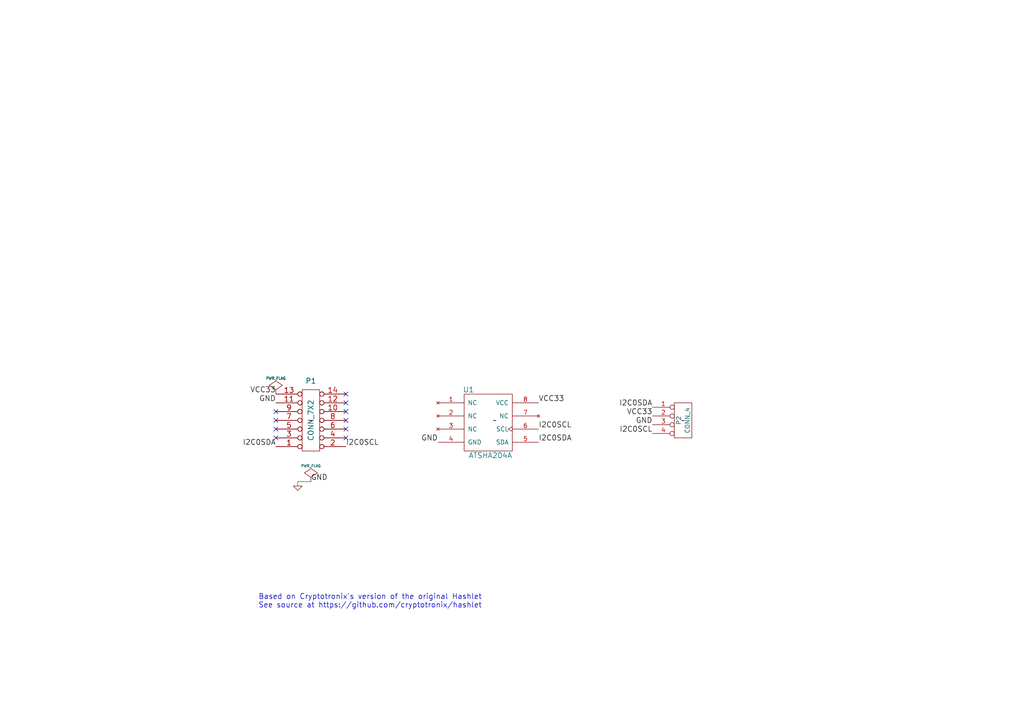
<source format=kicad_sch>
(kicad_sch (version 20230121) (generator eeschema)
  (paper "A4")
  (title_block (title "Hashlet for VIA Springboard") (date "10 dec 2014") (rev "1") (company "Gergely Imreh / Moonpunch") (comment 1 "CC-BY-SA 3.0"))
  (lib_symbols
    (symbol "crypto:ATSHA204A" (pin_names (offset 1.016))
      (property "Reference" "U" (at -7.62 8.89 0))
      (property "Value" "ATSHA204A" (at -1.27 -10.16 0))
      (symbol "ATSHA204A_0_1"
        (rectangle (start -8.89 7.62) (end 5.08 -8.89))
      )
      (symbol "ATSHA204A_1_1"
        (pin no_connect line (at -16.51 5.08 0) (length 7.62) (name "NC") (number "1"))
        (pin no_connect line (at -16.51 1.27 0) (length 7.62) (name "NC") (number "2"))
        (pin no_connect line (at -16.51 -2.54 0) (length 7.62) (name "NC") (number "3"))
        (pin power_in line (at -16.51 -6.35 0) (length 7.62) (name "GND") (number "4"))
        (pin bidirectional line (at 12.7 -6.35 180) (length 7.62) (name "SDA") (number "5"))
        (pin input clock (at 12.7 -2.54 180) (length 7.62) (name "SCL") (number "6"))
        (pin no_connect line (at 12.7 1.27 180) (length 7.62) (name "NC") (number "7"))
        (pin power_in line (at 12.7 5.08 180) (length 7.62) (name "VCC") (number "8"))
      )
    )
    (symbol "hashlet-springboard-rescue:CONN_4" (pin_names (offset 1.016) hide)
      (property "Reference" "P" (at -1.27 0 90))
      (property "Value" "CONN_4" (at 1.27 0 90))
      (symbol "CONN_4_0_1"
        (rectangle (start -2.54 5.08) (end 2.54 -5.08))
      )
      (symbol "CONN_4_1_1"
        (pin passive inverted (at -8.89 3.81 0) (length 6.35) (name "P1") (number "1"))
        (pin passive inverted (at -8.89 1.27 0) (length 6.35) (name "P2") (number "2"))
        (pin passive inverted (at -8.89 -1.27 0) (length 6.35) (name "P3") (number "3"))
        (pin passive inverted (at -8.89 -3.81 0) (length 6.35) (name "P4") (number "4"))
      )
    )
    (symbol "hashlet-springboard-rescue:CONN_7X2" (pin_names (offset 1.016) hide)
      (property "Reference" "P" (at 0 10.16 0))
      (property "Value" "CONN_7X2" (at 0 0 90))
      (symbol "CONN_7X2_0_1"
        (rectangle (start -2.54 8.89) (end 2.54 -8.89))
      )
      (symbol "CONN_7X2_1_1"
        (pin passive inverted (at -10.16 7.62 0) (length 7.62) (name "P1") (number "1"))
        (pin passive inverted (at 10.16 -2.54 180) (length 7.62) (name "10") (number "10"))
        (pin passive inverted (at -10.16 -5.08 0) (length 7.62) (name "11") (number "11"))
        (pin passive inverted (at 10.16 -5.08 180) (length 7.62) (name "12") (number "12"))
        (pin passive inverted (at -10.16 -7.62 0) (length 7.62) (name "13") (number "13"))
        (pin passive inverted (at 10.16 -7.62 180) (length 7.62) (name "14") (number "14"))
        (pin passive inverted (at 10.16 7.62 180) (length 7.62) (name "P2") (number "2"))
        (pin passive inverted (at -10.16 5.08 0) (length 7.62) (name "P3") (number "3"))
        (pin passive inverted (at 10.16 5.08 180) (length 7.62) (name "P4") (number "4"))
        (pin passive inverted (at -10.16 2.54 0) (length 7.62) (name "P5") (number "5"))
        (pin passive inverted (at 10.16 2.54 180) (length 7.62) (name "P6") (number "6"))
        (pin passive inverted (at -10.16 0 0) (length 7.62) (name "P7") (number "7"))
        (pin passive inverted (at 10.16 0 180) (length 7.62) (name "P8") (number "8"))
        (pin passive inverted (at -10.16 -2.54 0) (length 7.62) (name "9") (number "9"))
      )
    )
    (symbol "hashlet-springboard-rescue:GND" (power) (pin_names (offset 0))
      (symbol "GND_0_1"
        (polyline (pts (xy -1.27 0) (xy 0 -1.27) (xy 1.27 0) (xy -1.27 0)))
      )
      (symbol "GND_1_1"
        (pin power_in line (at 0 0 90) (length 0) hide (name "GND") (number "1"))
      )
    )
    (symbol "hashlet-springboard-rescue:PWR_FLAG" (power) (pin_numbers hide) (pin_names (offset 0) hide)
      (property "Value" "PWR_FLAG" (at 0 4.572 0))
      (symbol "PWR_FLAG_0_0"
        (pin power_out line (at 0 0 90) (length 0) (name "pwr") (number "1"))
      )
      (symbol "PWR_FLAG_0_1"
        (polyline (pts (xy 0 0) (xy 0 1.27) (xy -1.905 2.54) (xy 0 3.81) (xy 1.905 2.54) (xy 0 1.27)))
      )
    )
  )
  (no_connect (at 100.33 116.84))
  (no_connect (at 100.33 127))
  (no_connect (at 80.01 127))
  (no_connect (at 100.33 121.92))
  (no_connect (at 100.33 124.46))
  (no_connect (at 80.01 124.46))
  (no_connect (at 80.01 121.92))
  (no_connect (at 80.01 119.38))
  (no_connect (at 100.33 119.38))
  (no_connect (at 100.33 114.3))
  (wire (pts (xy 86.36 140.97) (xy 86.36 139.7)))
  (wire (pts (xy 86.36 139.7) (xy 90.17 139.7)))
  (text "Based on Cryptotronix's version of the original Hashlet\nSee source at https://github.com/cryptotronix/hashlet" (at 74.93 176.53 0) (effects (font (size 1.524 1.524)) (justify left bottom)))
  (label "I2C0SDA" (at 189.23 118.11 180) (effects (font (size 1.524 1.524))))
  (label "GND" (at 80.01 116.84 180) (effects (font (size 1.524 1.524))))
  (label "GND" (at 90.17 139.7 0) (effects (font (size 1.524 1.524))))
  (label "VCC33" (at 156.21 116.84 0) (effects (font (size 1.524 1.524))))
  (label "I2C0SCL" (at 100.33 129.54 0) (effects (font (size 1.524 1.524))))
  (label "I2C0SCL" (at 156.21 124.46 0) (effects (font (size 1.524 1.524))))
  (label "I2C0SDA" (at 156.21 128.27 0) (effects (font (size 1.524 1.524))))
  (label "GND" (at 127 128.27 180) (effects (font (size 1.524 1.524))))
  (label "VCC33" (at 80.01 114.3 180) (effects (font (size 1.524 1.524))))
  (label "VCC33" (at 189.23 120.65 180) (effects (font (size 1.524 1.524))))
  (label "I2C0SCL" (at 189.23 125.73 180) (effects (font (size 1.524 1.524))))
  (label "I2C0SDA" (at 80.01 129.54 180) (effects (font (size 1.524 1.524))))
  (label "GND" (at 189.23 123.19 180) (effects (font (size 1.524 1.524))))
  (symbol (lib_id "hashlet-springboard-rescue:CONN_7X2") (at 90.17 121.92 0) (mirror x) (unit 1)
    (property "Reference" "P1" (at 90.17 110.49 0) (effects (font (size 1.524 1.524))))
    (property "Value" "CONN_7X2" (at 90.17 121.92 90) (effects (font (size 1.524 1.524))))
    (property "Footprint" "~" (at 90.17 121.92 0) (effects (font (size 1.524 1.524))))
    (property "Datasheet" "~" (at 90.17 121.92 0) (effects (font (size 1.524 1.524))))
  )
  (symbol (lib_id "crypto:ATSHA204A") (at 143.51 121.92 0) (unit 1)
    (property "Reference" "U1" (at 135.89 113.03 0) (effects (font (size 1.524 1.524))))
    (property "Value" "ATSHA204A" (at 142.24 132.08 0) (effects (font (size 1.524 1.524))))
    (property "Footprint" "~" (at 143.51 121.92 0) (effects (font (size 1.524 1.524))))
    (property "Datasheet" "~" (at 143.51 121.92 0) (effects (font (size 1.524 1.524))))
  )
  (symbol (lib_id "hashlet-springboard-rescue:PWR_FLAG") (at 80.01 114.3 0) (unit 1)
    (property "Reference" "#FLG01" (effects hide))
    (property "Value" "PWR_FLAG" (at 80.01 109.728 0) (effects (font (size 0.762 0.762))))
  )
  (symbol (lib_id "hashlet-springboard-rescue:GND") (at 86.36 140.97 0) (unit 1)
    (property "Reference" "#PWR02" (effects hide))
    (property "Value" "GND" (effects hide))
  )
  (symbol (lib_id "hashlet-springboard-rescue:PWR_FLAG") (at 90.17 139.7 0) (unit 1)
    (property "Reference" "#FLG03" (effects hide))
    (property "Value" "PWR_FLAG" (at 90.17 135.128 0) (effects (font (size 0.762 0.762))))
  )
  (symbol (lib_id "hashlet-springboard-rescue:CONN_4") (at 198.12 121.92 0) (unit 1)
    (property "Reference" "P2" (at 196.85 121.92 90))
    (property "Value" "CONN_4" (at 199.39 121.92 90))
    (property "Footprint" "~" (at 198.12 121.92 0) (effects (font (size 1.524 1.524))))
    (property "Datasheet" "~" (at 198.12 121.92 0) (effects (font (size 1.524 1.524))))
  )
)
</source>
